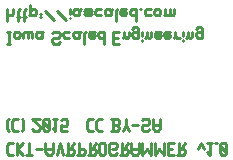
<source format=gbo>
G04 start of page 10 for group -4078 idx -4078 *
G04 Title: (unknown), bottomsilk *
G04 Creator: pcb 20140316 *
G04 CreationDate: Thu 29 Oct 2015 06:01:01 PM GMT UTC *
G04 For: ndholmes *
G04 Format: Gerber/RS-274X *
G04 PCB-Dimensions (mil): 1875.00 1000.00 *
G04 PCB-Coordinate-Origin: lower left *
%MOIN*%
%FSLAX25Y25*%
%LNBOTTOMSILK*%
%ADD71C,0.0100*%
G54D71*X95000Y43500D02*X96000D01*
X95500D02*Y47500D01*
X95000D02*X96000D01*
X97200Y46000D02*Y47000D01*
Y46000D02*X97700Y45500D01*
X98700D01*
X99200Y46000D01*
Y47000D01*
X98700Y47500D02*X99200Y47000D01*
X97700Y47500D02*X98700D01*
X97200Y47000D02*X97700Y47500D01*
X100400Y45500D02*Y47000D01*
X100900Y47500D01*
X101400D01*
X101900Y47000D01*
Y45500D02*Y47000D01*
X102400Y47500D01*
X102900D01*
X103400Y47000D01*
Y45500D02*Y47000D01*
X106100Y45500D02*X106600Y46000D01*
X105100Y45500D02*X106100D01*
X104600Y46000D02*X105100Y45500D01*
X104600Y46000D02*Y47000D01*
X105100Y47500D01*
X106600Y45500D02*Y47000D01*
X107100Y47500D01*
X105100D02*X106100D01*
X106600Y47000D01*
X112100Y43500D02*X112600Y44000D01*
X110600Y43500D02*X112100D01*
X110100Y44000D02*X110600Y43500D01*
X110100Y44000D02*Y45000D01*
X110600Y45500D01*
X112100D01*
X112600Y46000D01*
Y47000D01*
X112100Y47500D02*X112600Y47000D01*
X110600Y47500D02*X112100D01*
X110100Y47000D02*X110600Y47500D01*
X114300Y45500D02*X115800D01*
X113800Y46000D02*X114300Y45500D01*
X113800Y46000D02*Y47000D01*
X114300Y47500D01*
X115800D01*
X118500Y45500D02*X119000Y46000D01*
X117500Y45500D02*X118500D01*
X117000Y46000D02*X117500Y45500D01*
X117000Y46000D02*Y47000D01*
X117500Y47500D01*
X119000Y45500D02*Y47000D01*
X119500Y47500D01*
X117500D02*X118500D01*
X119000Y47000D01*
X120700Y43500D02*Y47000D01*
X121200Y47500D01*
X122700D02*X124200D01*
X122200Y47000D02*X122700Y47500D01*
X122200Y46000D02*Y47000D01*
Y46000D02*X122700Y45500D01*
X123700D01*
X124200Y46000D01*
X122200Y46500D02*X124200D01*
Y46000D02*Y46500D01*
X127400Y43500D02*Y47500D01*
X126900D02*X127400Y47000D01*
X125900Y47500D02*X126900D01*
X125400Y47000D02*X125900Y47500D01*
X125400Y46000D02*Y47000D01*
Y46000D02*X125900Y45500D01*
X126900D01*
X127400Y46000D01*
X130400Y45300D02*X131900D01*
X130400Y47500D02*X132400D01*
X130400Y43500D02*Y47500D01*
Y43500D02*X132400D01*
X134100Y46000D02*Y47500D01*
Y46000D02*X134600Y45500D01*
X135100D01*
X135600Y46000D01*
Y47500D01*
X133600Y45500D02*X134100Y46000D01*
X138300Y45500D02*X138800Y46000D01*
X137300Y45500D02*X138300D01*
X136800Y46000D02*X137300Y45500D01*
X136800Y46000D02*Y47000D01*
X137300Y47500D01*
X138300D01*
X138800Y47000D01*
X136800Y48500D02*X137300Y49000D01*
X138300D01*
X138800Y48500D01*
Y45500D02*Y48500D01*
X140000Y44500D02*Y44600D01*
Y46000D02*Y47500D01*
X141500Y46000D02*Y47500D01*
Y46000D02*X142000Y45500D01*
X142500D01*
X143000Y46000D01*
Y47500D01*
X141000Y45500D02*X141500Y46000D01*
X144700Y47500D02*X146200D01*
X144200Y47000D02*X144700Y47500D01*
X144200Y46000D02*Y47000D01*
Y46000D02*X144700Y45500D01*
X145700D01*
X146200Y46000D01*
X144200Y46500D02*X146200D01*
Y46000D02*Y46500D01*
X147900Y47500D02*X149400D01*
X147400Y47000D02*X147900Y47500D01*
X147400Y46000D02*Y47000D01*
Y46000D02*X147900Y45500D01*
X148900D01*
X149400Y46000D01*
X147400Y46500D02*X149400D01*
Y46000D02*Y46500D01*
X151100Y46000D02*Y47500D01*
Y46000D02*X151600Y45500D01*
X152600D01*
X150600D02*X151100Y46000D01*
X153800Y44500D02*Y44600D01*
Y46000D02*Y47500D01*
X155300Y46000D02*Y47500D01*
Y46000D02*X155800Y45500D01*
X156300D01*
X156800Y46000D01*
Y47500D01*
X154800Y45500D02*X155300Y46000D01*
X159500Y45500D02*X160000Y46000D01*
X158500Y45500D02*X159500D01*
X158000Y46000D02*X158500Y45500D01*
X158000Y46000D02*Y47000D01*
X158500Y47500D01*
X159500D01*
X160000Y47000D01*
X158000Y48500D02*X158500Y49000D01*
X159500D01*
X160000Y48500D01*
Y45500D02*Y48500D01*
X95700Y10500D02*X97000D01*
X95000Y9800D02*X95700Y10500D01*
X95000Y7200D02*Y9800D01*
Y7200D02*X95700Y6500D01*
X97000D01*
X98200D02*Y10500D01*
Y8500D02*X100200Y6500D01*
X98200Y8500D02*X100200Y10500D01*
X101400Y6500D02*X103400D01*
X102400D02*Y10500D01*
X104600Y8500D02*X106600D01*
X107800Y7500D02*Y10500D01*
Y7500D02*X108500Y6500D01*
X109600D01*
X110300Y7500D01*
Y10500D01*
X107800Y8500D02*X110300D01*
X111500Y6500D02*X112500Y10500D01*
X113500Y6500D01*
X114700D02*X116700D01*
X117200Y7000D01*
Y8000D01*
X116700Y8500D02*X117200Y8000D01*
X115200Y8500D02*X116700D01*
X115200Y6500D02*Y10500D01*
X116000Y8500D02*X117200Y10500D01*
X118900Y6500D02*Y10500D01*
X118400Y6500D02*X120400D01*
X120900Y7000D01*
Y8000D01*
X120400Y8500D02*X120900Y8000D01*
X118900Y8500D02*X120400D01*
X122100Y6500D02*X124100D01*
X124600Y7000D01*
Y8000D01*
X124100Y8500D02*X124600Y8000D01*
X122600Y8500D02*X124100D01*
X122600Y6500D02*Y10500D01*
X123400Y8500D02*X124600Y10500D01*
X125800Y7000D02*Y10000D01*
Y7000D02*X126300Y6500D01*
X127300D01*
X127800Y7000D01*
Y10000D01*
X127300Y10500D02*X127800Y10000D01*
X126300Y10500D02*X127300D01*
X125800Y10000D02*X126300Y10500D01*
X131000Y6500D02*X131500Y7000D01*
X129500Y6500D02*X131000D01*
X129000Y7000D02*X129500Y6500D01*
X129000Y7000D02*Y10000D01*
X129500Y10500D01*
X131000D01*
X131500Y10000D01*
Y9000D02*Y10000D01*
X131000Y8500D02*X131500Y9000D01*
X130000Y8500D02*X131000D01*
X132700Y6500D02*X134700D01*
X135200Y7000D01*
Y8000D01*
X134700Y8500D02*X135200Y8000D01*
X133200Y8500D02*X134700D01*
X133200Y6500D02*Y10500D01*
X134000Y8500D02*X135200Y10500D01*
X136400Y7500D02*Y10500D01*
Y7500D02*X137100Y6500D01*
X138200D01*
X138900Y7500D01*
Y10500D01*
X136400Y8500D02*X138900D01*
X140100Y6500D02*Y10500D01*
Y6500D02*X141600Y8500D01*
X143100Y6500D01*
Y10500D01*
X144300Y6500D02*Y10500D01*
Y6500D02*X145800Y8500D01*
X147300Y6500D01*
Y10500D01*
X148500Y8300D02*X150000D01*
X148500Y10500D02*X150500D01*
X148500Y6500D02*Y10500D01*
Y6500D02*X150500D01*
X151700D02*X153700D01*
X154200Y7000D01*
Y8000D01*
X153700Y8500D02*X154200Y8000D01*
X152200Y8500D02*X153700D01*
X152200Y6500D02*Y10500D01*
X153000Y8500D02*X154200Y10500D01*
X158500Y8500D02*X159500Y10500D01*
X160500Y8500D02*X159500Y10500D01*
X161700Y7300D02*X162500Y6500D01*
Y10500D01*
X161700D02*X163200D01*
X164400D02*X164900D01*
X166100Y10000D02*X166600Y10500D01*
X166100Y7000D02*Y10000D01*
Y7000D02*X166600Y6500D01*
X167600D01*
X168100Y7000D01*
Y10000D01*
X167600Y10500D02*X168100Y10000D01*
X166600Y10500D02*X167600D01*
X166100Y9500D02*X168100Y7500D01*
X95000Y18000D02*X95500Y18500D01*
X95000Y15000D02*X95500Y14500D01*
X95000Y15000D02*Y18000D01*
X97400Y18500D02*X98700D01*
X96700Y17800D02*X97400Y18500D01*
X96700Y15200D02*Y17800D01*
Y15200D02*X97400Y14500D01*
X98700D01*
X99900D02*X100400Y15000D01*
Y18000D01*
X99900Y18500D02*X100400Y18000D01*
X103400Y15000D02*X103900Y14500D01*
X105400D01*
X105900Y15000D01*
Y16000D01*
X103400Y18500D02*X105900Y16000D01*
X103400Y18500D02*X105900D01*
X107100Y18000D02*X107600Y18500D01*
X107100Y15000D02*Y18000D01*
Y15000D02*X107600Y14500D01*
X108600D01*
X109100Y15000D01*
Y18000D01*
X108600Y18500D02*X109100Y18000D01*
X107600Y18500D02*X108600D01*
X107100Y17500D02*X109100Y15500D01*
X110300Y15300D02*X111100Y14500D01*
Y18500D01*
X110300D02*X111800D01*
X113000Y14500D02*X115000D01*
X113000D02*Y16500D01*
X113500Y16000D01*
X114500D01*
X115000Y16500D01*
Y18000D01*
X114500Y18500D02*X115000Y18000D01*
X113500Y18500D02*X114500D01*
X113000Y18000D02*X113500Y18500D01*
X122300D02*X123600D01*
X121600Y17800D02*X122300Y18500D01*
X121600Y15200D02*Y17800D01*
Y15200D02*X122300Y14500D01*
X123600D01*
X125500Y18500D02*X126800D01*
X124800Y17800D02*X125500Y18500D01*
X124800Y15200D02*Y17800D01*
Y15200D02*X125500Y14500D01*
X126800D01*
X129800Y18500D02*X131800D01*
X132300Y18000D01*
Y16800D02*Y18000D01*
X131800Y16300D02*X132300Y16800D01*
X130300Y16300D02*X131800D01*
X130300Y14500D02*Y18500D01*
X129800Y14500D02*X131800D01*
X132300Y15000D01*
Y15800D01*
X131800Y16300D02*X132300Y15800D01*
X133500Y14500D02*X134500Y16500D01*
X135500Y14500D01*
X134500Y16500D02*Y18500D01*
X136700Y16500D02*X138700D01*
X141900Y14500D02*X142400Y15000D01*
X140400Y14500D02*X141900D01*
X139900Y15000D02*X140400Y14500D01*
X139900Y15000D02*Y16000D01*
X140400Y16500D01*
X141900D01*
X142400Y17000D01*
Y18000D01*
X141900Y18500D02*X142400Y18000D01*
X140400Y18500D02*X141900D01*
X139900Y18000D02*X140400Y18500D01*
X143600Y15500D02*Y18500D01*
Y15500D02*X144300Y14500D01*
X145400D01*
X146100Y15500D01*
Y18500D01*
X143600Y16500D02*X146100D01*
X95000Y51000D02*Y55000D01*
Y53500D02*X95500Y53000D01*
X96500D01*
X97000Y53500D01*
Y55000D01*
X98700Y51000D02*Y54500D01*
X99200Y55000D01*
X98200Y52500D02*X99200D01*
X100700Y51000D02*Y54500D01*
X101200Y55000D01*
X100200Y52500D02*X101200D01*
X102700Y53500D02*Y56500D01*
X102200Y53000D02*X102700Y53500D01*
X103200Y53000D01*
X104200D01*
X104700Y53500D01*
Y54500D01*
X104200Y55000D02*X104700Y54500D01*
X103200Y55000D02*X104200D01*
X102700Y54500D02*X103200Y55000D01*
X105900Y52500D02*X106400D01*
X105900Y53500D02*X106400D01*
X107600Y54500D02*X110600Y51500D01*
X111800Y54500D02*X114800Y51500D01*
X116000Y52000D02*Y52100D01*
Y53500D02*Y55000D01*
X118500Y53000D02*X119000Y53500D01*
X117500Y53000D02*X118500D01*
X117000Y53500D02*X117500Y53000D01*
X117000Y53500D02*Y54500D01*
X117500Y55000D01*
X119000Y53000D02*Y54500D01*
X119500Y55000D01*
X117500D02*X118500D01*
X119000Y54500D01*
X121200Y55000D02*X122700D01*
X123200Y54500D01*
X122700Y54000D02*X123200Y54500D01*
X121200Y54000D02*X122700D01*
X120700Y53500D02*X121200Y54000D01*
X120700Y53500D02*X121200Y53000D01*
X122700D01*
X123200Y53500D01*
X120700Y54500D02*X121200Y55000D01*
X124900Y53000D02*X126400D01*
X124400Y53500D02*X124900Y53000D01*
X124400Y53500D02*Y54500D01*
X124900Y55000D01*
X126400D01*
X129100Y53000D02*X129600Y53500D01*
X128100Y53000D02*X129100D01*
X127600Y53500D02*X128100Y53000D01*
X127600Y53500D02*Y54500D01*
X128100Y55000D01*
X129600Y53000D02*Y54500D01*
X130100Y55000D01*
X128100D02*X129100D01*
X129600Y54500D01*
X131300Y51000D02*Y54500D01*
X131800Y55000D01*
X133300D02*X134800D01*
X132800Y54500D02*X133300Y55000D01*
X132800Y53500D02*Y54500D01*
Y53500D02*X133300Y53000D01*
X134300D01*
X134800Y53500D01*
X132800Y54000D02*X134800D01*
Y53500D02*Y54000D01*
X138000Y51000D02*Y55000D01*
X137500D02*X138000Y54500D01*
X136500Y55000D02*X137500D01*
X136000Y54500D02*X136500Y55000D01*
X136000Y53500D02*Y54500D01*
Y53500D02*X136500Y53000D01*
X137500D01*
X138000Y53500D01*
X139200Y55000D02*X139700D01*
X141400Y53000D02*X142900D01*
X140900Y53500D02*X141400Y53000D01*
X140900Y53500D02*Y54500D01*
X141400Y55000D01*
X142900D01*
X144100Y53500D02*Y54500D01*
Y53500D02*X144600Y53000D01*
X145600D01*
X146100Y53500D01*
Y54500D01*
X145600Y55000D02*X146100Y54500D01*
X144600Y55000D02*X145600D01*
X144100Y54500D02*X144600Y55000D01*
X147800Y53500D02*Y55000D01*
Y53500D02*X148300Y53000D01*
X148800D01*
X149300Y53500D01*
Y55000D01*
Y53500D02*X149800Y53000D01*
X150300D01*
X150800Y53500D01*
Y55000D01*
X147300Y53000D02*X147800Y53500D01*
M02*

</source>
